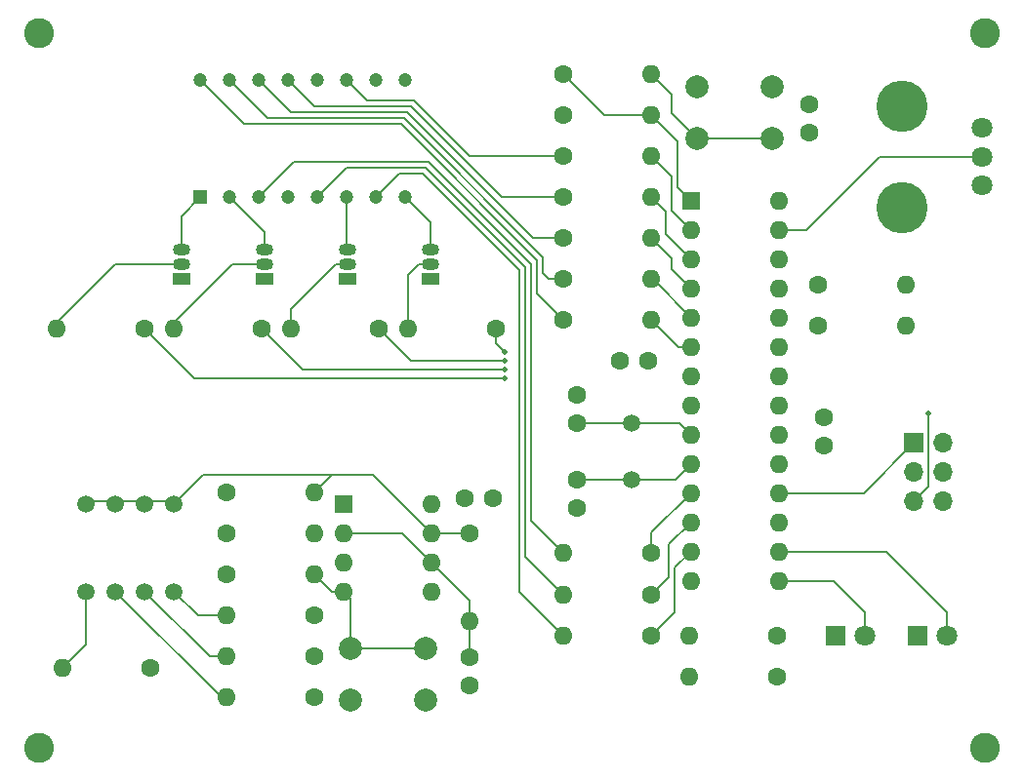
<source format=gbr>
%TF.GenerationSoftware,KiCad,Pcbnew,7.0.0-da2b9df05c~171~ubuntu22.04.1*%
%TF.CreationDate,2023-03-11T20:32:47+08:00*%
%TF.ProjectId,circuit,63697263-7569-4742-9e6b-696361645f70,1.0*%
%TF.SameCoordinates,Original*%
%TF.FileFunction,Copper,L2,Inr*%
%TF.FilePolarity,Positive*%
%FSLAX46Y46*%
G04 Gerber Fmt 4.6, Leading zero omitted, Abs format (unit mm)*
G04 Created by KiCad (PCBNEW 7.0.0-da2b9df05c~171~ubuntu22.04.1) date 2023-03-11 20:32:47*
%MOMM*%
%LPD*%
G01*
G04 APERTURE LIST*
%TA.AperFunction,ComponentPad*%
%ADD10C,2.000000*%
%TD*%
%TA.AperFunction,ComponentPad*%
%ADD11C,1.600000*%
%TD*%
%TA.AperFunction,ComponentPad*%
%ADD12O,1.600000X1.600000*%
%TD*%
%TA.AperFunction,ComponentPad*%
%ADD13C,2.600000*%
%TD*%
%TA.AperFunction,ComponentPad*%
%ADD14C,1.500000*%
%TD*%
%TA.AperFunction,ComponentPad*%
%ADD15R,1.500000X1.050000*%
%TD*%
%TA.AperFunction,ComponentPad*%
%ADD16O,1.500000X1.050000*%
%TD*%
%TA.AperFunction,ComponentPad*%
%ADD17R,1.600000X1.600000*%
%TD*%
%TA.AperFunction,ComponentPad*%
%ADD18R,1.800000X1.800000*%
%TD*%
%TA.AperFunction,ComponentPad*%
%ADD19C,1.800000*%
%TD*%
%TA.AperFunction,ComponentPad*%
%ADD20R,1.200000X1.200000*%
%TD*%
%TA.AperFunction,ComponentPad*%
%ADD21C,1.200000*%
%TD*%
%TA.AperFunction,ComponentPad*%
%ADD22R,1.700000X1.700000*%
%TD*%
%TA.AperFunction,ComponentPad*%
%ADD23O,1.700000X1.700000*%
%TD*%
%TA.AperFunction,ComponentPad*%
%ADD24C,4.460000*%
%TD*%
%TA.AperFunction,ViaPad*%
%ADD25C,0.475000*%
%TD*%
%TA.AperFunction,Conductor*%
%ADD26C,0.200000*%
%TD*%
G04 APERTURE END LIST*
D10*
%TO.N,Net-(U3-R)*%
%TO.C,SW3*%
X87936000Y-81306000D03*
X94436000Y-81306000D03*
%TO.N,GND*%
X87936000Y-85806000D03*
X94436000Y-85806000D03*
%TD*%
%TO.N,GND*%
%TO.C,SW1*%
X118025000Y-32600000D03*
X124525000Y-32600000D03*
%TO.N,Net-(R1-Pad2)*%
X118025000Y-37100000D03*
X124525000Y-37100000D03*
%TD*%
D11*
%TO.N,VCC*%
%TO.C,R24*%
X77216000Y-74930000D03*
D12*
%TO.N,Net-(U3-R)*%
X84835999Y-74929999D03*
%TD*%
D11*
%TO.N,VCC*%
%TO.C,R15*%
X84836000Y-78486000D03*
D12*
%TO.N,Net-(SW2-COM4)*%
X77215999Y-78485999D03*
%TD*%
D11*
%TO.N,Net-(U2-CATHODE_AL1)*%
%TO.C,R5*%
X106426000Y-45720000D03*
D12*
%TO.N,/A*%
X114045999Y-45719999D03*
%TD*%
D11*
%TO.N,Net-(U2-CATHODE_G)*%
%TO.C,R4*%
X106426000Y-49276000D03*
D12*
%TO.N,/G*%
X114045999Y-49275999D03*
%TD*%
D11*
%TO.N,~{DIGIT_1}*%
%TO.C,R23*%
X80264000Y-53594000D03*
D12*
%TO.N,Net-(Q2-B)*%
X72643999Y-53593999D03*
%TD*%
D11*
%TO.N,~{DIGIT_2}*%
%TO.C,R25*%
X90424000Y-53594000D03*
D12*
%TO.N,Net-(Q3-B)*%
X82803999Y-53593999D03*
%TD*%
D13*
%TO.N,N/C*%
%TO.C,H4*%
X142960000Y-89940000D03*
%TD*%
D11*
%TO.N,/DEC*%
%TO.C,R20*%
X114046000Y-80264000D03*
D12*
%TO.N,Net-(U2-CATHODE_DP)*%
X106425999Y-80263999D03*
%TD*%
D11*
%TO.N,GND*%
%TO.C,R10*%
X128524000Y-49784000D03*
D12*
%TO.N,Net-(R10-Pad2)*%
X136143999Y-49783999D03*
%TD*%
D13*
%TO.N,N/C*%
%TO.C,H1*%
X142960000Y-27940000D03*
%TD*%
D11*
%TO.N,Net-(U3-THR)*%
%TO.C,C6*%
X98298000Y-82062000D03*
%TO.N,GND*%
X98298000Y-84562000D03*
%TD*%
D14*
%TO.N,Net-(U1-PB7{slash}XTAL2)*%
%TO.C,Y1*%
X112317750Y-66675000D03*
%TO.N,Net-(U1-PB6{slash}XTAL1)*%
X112317750Y-61795000D03*
%TD*%
D11*
%TO.N,Net-(U2-CATHODE_BL2)*%
%TO.C,R3*%
X106426000Y-52832000D03*
D12*
%TO.N,/B*%
X114045999Y-52831999D03*
%TD*%
D11*
%TO.N,GND*%
%TO.C,C3*%
X107559000Y-69175000D03*
%TO.N,Net-(U1-PB7{slash}XTAL2)*%
X107559000Y-66675000D03*
%TD*%
%TO.N,Net-(U2-CATHODE_CL3)*%
%TO.C,R6*%
X106426000Y-42164000D03*
D12*
%TO.N,/C*%
X114045999Y-42163999D03*
%TD*%
D15*
%TO.N,VCC*%
%TO.C,Q4*%
X94850624Y-49275999D03*
D16*
%TO.N,Net-(Q4-B)*%
X94850624Y-48005999D03*
%TO.N,Net-(Q4-C)*%
X94850624Y-46735999D03*
%TD*%
D17*
%TO.N,GND*%
%TO.C,U3*%
X87385999Y-68833999D03*
D12*
%TO.N,Net-(U3-THR)*%
X87385999Y-71373999D03*
%TO.N,Frequency*%
X87385999Y-73913999D03*
%TO.N,Net-(U3-R)*%
X87385999Y-76453999D03*
%TO.N,unconnected-(U3-CV-Pad5)*%
X95005999Y-76453999D03*
%TO.N,Net-(U3-THR)*%
X95005999Y-73913999D03*
%TO.N,Net-(SW2-NO1)*%
X95005999Y-71373999D03*
%TO.N,VCC*%
X95005999Y-68833999D03*
%TD*%
D17*
%TO.N,~{RESET}*%
%TO.C,U1*%
X117474999Y-42439999D03*
D12*
%TO.N,/F*%
X117474999Y-44979999D03*
%TO.N,/C*%
X117474999Y-47519999D03*
%TO.N,/A*%
X117474999Y-50059999D03*
%TO.N,/G*%
X117474999Y-52599999D03*
%TO.N,/B*%
X117474999Y-55139999D03*
%TO.N,VCC*%
X117474999Y-57679999D03*
%TO.N,GND*%
X117474999Y-60219999D03*
%TO.N,Net-(U1-PB6{slash}XTAL1)*%
X117474999Y-62759999D03*
%TO.N,Net-(U1-PB7{slash}XTAL2)*%
X117474999Y-65299999D03*
%TO.N,/D*%
X117474999Y-67839999D03*
%TO.N,/E*%
X117474999Y-70379999D03*
%TO.N,/DEC*%
X117474999Y-72919999D03*
%TO.N,Frequency*%
X117474999Y-75459999D03*
%TO.N,Net-(D1-A)*%
X125094999Y-75459999D03*
%TO.N,Net-(D2-A)*%
X125094999Y-72919999D03*
%TO.N,MOSI*%
X125094999Y-70379999D03*
%TO.N,MISO*%
X125094999Y-67839999D03*
%TO.N,SCK*%
X125094999Y-65299999D03*
%TO.N,VCC*%
X125094999Y-62759999D03*
%TO.N,Net-(U1-AREF)*%
X125094999Y-60219999D03*
%TO.N,GND*%
X125094999Y-57679999D03*
%TO.N,~{DIGIT_0}*%
X125094999Y-55139999D03*
%TO.N,~{DIGIT_1}*%
X125094999Y-52599999D03*
%TO.N,~{DIGIT_2}*%
X125094999Y-50059999D03*
%TO.N,~{DIGIT_3}*%
X125094999Y-47519999D03*
%TO.N,Net-(U1-PC4)*%
X125094999Y-44979999D03*
%TO.N,unconnected-(U1-PC5-Pad28)*%
X125094999Y-42439999D03*
%TD*%
D11*
%TO.N,Net-(D1-K)*%
%TO.C,R8*%
X124968000Y-80264000D03*
D12*
%TO.N,GND*%
X117347999Y-80263999D03*
%TD*%
D11*
%TO.N,GND*%
%TO.C,C4*%
X129032000Y-63734000D03*
%TO.N,Net-(U1-AREF)*%
X129032000Y-61234000D03*
%TD*%
%TO.N,VCC*%
%TO.C,R22*%
X77216000Y-71374000D03*
D12*
%TO.N,Frequency*%
X84835999Y-71373999D03*
%TD*%
D11*
%TO.N,/D*%
%TO.C,R18*%
X114046000Y-73063000D03*
D12*
%TO.N,Net-(U2-CATHODE_D)*%
X106425999Y-73062999D03*
%TD*%
D11*
%TO.N,VCC*%
%TO.C,C7*%
X97810000Y-68326000D03*
%TO.N,GND*%
X100310000Y-68326000D03*
%TD*%
%TO.N,/E*%
%TO.C,R19*%
X114046000Y-76708000D03*
D12*
%TO.N,Net-(U2-CATHODE_E)*%
X106425999Y-76707999D03*
%TD*%
D13*
%TO.N,N/C*%
%TO.C,H3*%
X60960000Y-27940000D03*
%TD*%
D11*
%TO.N,~{RESET}*%
%TO.C,R1*%
X106426000Y-31496000D03*
D12*
%TO.N,Net-(R1-Pad2)*%
X114045999Y-31495999D03*
%TD*%
D11*
%TO.N,VCC*%
%TO.C,R14*%
X84836000Y-82042000D03*
D12*
%TO.N,Net-(SW2-COM3)*%
X77215999Y-82041999D03*
%TD*%
D11*
%TO.N,GND*%
%TO.C,C1*%
X127762000Y-34056000D03*
%TO.N,~{RESET}*%
X127762000Y-36556000D03*
%TD*%
%TO.N,~{DIGIT_0}*%
%TO.C,R21*%
X70104000Y-53594000D03*
D12*
%TO.N,Net-(Q1-B)*%
X62483999Y-53593999D03*
%TD*%
D11*
%TO.N,Net-(SW2-NO1)*%
%TO.C,R17*%
X98298000Y-71374000D03*
D12*
%TO.N,Net-(U3-THR)*%
X98297999Y-78993999D03*
%TD*%
D11*
%TO.N,Net-(U2-CATHODE_F)*%
%TO.C,R7*%
X106426000Y-38608000D03*
D12*
%TO.N,/F*%
X114045999Y-38607999D03*
%TD*%
D11*
%TO.N,VCC*%
%TO.C,C5*%
X113792000Y-56388000D03*
%TO.N,GND*%
X111292000Y-56388000D03*
%TD*%
%TO.N,VCC*%
%TO.C,R2*%
X106426000Y-35052000D03*
D12*
%TO.N,~{RESET}*%
X114045999Y-35051999D03*
%TD*%
D15*
%TO.N,VCC*%
%TO.C,Q1*%
X73260624Y-49275999D03*
D16*
%TO.N,Net-(Q1-B)*%
X73260624Y-48005999D03*
%TO.N,Net-(Q1-C)*%
X73260624Y-46735999D03*
%TD*%
D11*
%TO.N,Net-(D2-K)*%
%TO.C,R11*%
X124968000Y-83820000D03*
D12*
%TO.N,GND*%
X117347999Y-83819999D03*
%TD*%
D11*
%TO.N,~{DIGIT_3}*%
%TO.C,R26*%
X100584000Y-53594000D03*
D12*
%TO.N,Net-(Q4-B)*%
X92963999Y-53593999D03*
%TD*%
D13*
%TO.N,N/C*%
%TO.C,H2*%
X60960000Y-89940000D03*
%TD*%
D15*
%TO.N,VCC*%
%TO.C,Q3*%
X87653956Y-49275999D03*
D16*
%TO.N,Net-(Q3-B)*%
X87653956Y-48005999D03*
%TO.N,Net-(Q3-C)*%
X87653956Y-46735999D03*
%TD*%
D11*
%TO.N,VCC*%
%TO.C,R12*%
X70612000Y-83058000D03*
D12*
%TO.N,Net-(SW2-COM1)*%
X62991999Y-83057999D03*
%TD*%
D15*
%TO.N,VCC*%
%TO.C,Q2*%
X80457290Y-49275999D03*
D16*
%TO.N,Net-(Q2-B)*%
X80457290Y-48005999D03*
%TO.N,Net-(Q2-C)*%
X80457290Y-46735999D03*
%TD*%
D18*
%TO.N,Net-(D2-K)*%
%TO.C,D2*%
X137159999Y-80263999D03*
D19*
%TO.N,Net-(D2-A)*%
X139700000Y-80264000D03*
%TD*%
D20*
%TO.N,Net-(Q1-C)*%
%TO.C,U2*%
X74899999Y-42159999D03*
D21*
%TO.N,Net-(Q2-C)*%
X77440000Y-42160000D03*
%TO.N,Net-(U2-CATHODE_D)*%
X79980000Y-42160000D03*
%TO.N,unconnected-(U2-COMMON_ANODE_L1L2L3-Pad4)*%
X82520000Y-42160000D03*
%TO.N,Net-(U2-CATHODE_E)*%
X85060000Y-42160000D03*
%TO.N,Net-(Q3-C)*%
X87600000Y-42160000D03*
%TO.N,Net-(U2-CATHODE_DP)*%
X90140000Y-42160000D03*
%TO.N,Net-(Q4-C)*%
X92680000Y-42160000D03*
%TO.N,unconnected-(U2-NO_CONNECTION-Pad9)*%
X92680000Y-32000000D03*
%TO.N,unconnected-(U2-NO_PIN_1-Pad10)*%
X90140000Y-32000000D03*
%TO.N,Net-(U2-CATHODE_F)*%
X87600000Y-32000000D03*
%TO.N,unconnected-(U2-NO_PIN_2-Pad12)*%
X85060000Y-32000000D03*
%TO.N,Net-(U2-CATHODE_CL3)*%
X82520000Y-32000000D03*
%TO.N,Net-(U2-CATHODE_AL1)*%
X79980000Y-32000000D03*
%TO.N,Net-(U2-CATHODE_G)*%
X77440000Y-32000000D03*
%TO.N,Net-(U2-CATHODE_BL2)*%
X74900000Y-32000000D03*
%TD*%
D11*
%TO.N,Net-(U1-PB6{slash}XTAL1)*%
%TO.C,C2*%
X107559000Y-61795000D03*
%TO.N,GND*%
X107559000Y-59295000D03*
%TD*%
D22*
%TO.N,MISO*%
%TO.C,J1*%
X136778999Y-63499999D03*
D23*
%TO.N,VCC*%
X139318999Y-63499999D03*
%TO.N,SCK*%
X136778999Y-66039999D03*
%TO.N,MOSI*%
X139318999Y-66039999D03*
%TO.N,~{RESET}*%
X136778999Y-68579999D03*
%TO.N,GND*%
X139318999Y-68579999D03*
%TD*%
D11*
%TO.N,VCC*%
%TO.C,R9*%
X128524000Y-53340000D03*
D12*
%TO.N,Net-(R9-Pad2)*%
X136143999Y-53339999D03*
%TD*%
D11*
%TO.N,VCC*%
%TO.C,R13*%
X84836000Y-85598000D03*
D12*
%TO.N,Net-(SW2-COM2)*%
X77215999Y-85597999D03*
%TD*%
D14*
%TO.N,Net-(SW2-COM1)*%
%TO.C,SW2*%
X65032000Y-76395000D03*
%TO.N,Net-(SW2-COM2)*%
X67572000Y-76395000D03*
%TO.N,Net-(SW2-COM3)*%
X70112000Y-76395000D03*
%TO.N,Net-(SW2-COM4)*%
X72652000Y-76395000D03*
%TO.N,Net-(SW2-NO1)*%
X65032000Y-68775000D03*
X67572000Y-68775000D03*
X70112000Y-68775000D03*
X72652000Y-68775000D03*
%TD*%
D19*
%TO.N,Net-(R9-Pad2)*%
%TO.C,VR1*%
X142748000Y-41148000D03*
%TO.N,Net-(U1-PC4)*%
X142748000Y-38648000D03*
%TO.N,Net-(R10-Pad2)*%
X142748000Y-36148000D03*
D24*
%TO.N,unconnected-(VR1-Pad4)*%
X135748000Y-43048000D03*
%TO.N,unconnected-(VR1-Pad5)*%
X135748000Y-34248000D03*
%TD*%
D18*
%TO.N,Net-(D1-K)*%
%TO.C,D1*%
X130047999Y-80263999D03*
D19*
%TO.N,Net-(D1-A)*%
X132588000Y-80264000D03*
%TD*%
D11*
%TO.N,VCC*%
%TO.C,R16*%
X77216000Y-67818000D03*
D12*
%TO.N,Net-(SW2-NO1)*%
X84835999Y-67817999D03*
%TD*%
D25*
%TO.N,~{DIGIT_0}*%
X101346000Y-57912000D03*
%TO.N,~{DIGIT_1}*%
X101346000Y-57150000D03*
%TO.N,~{DIGIT_2}*%
X101346000Y-56388000D03*
%TO.N,~{DIGIT_3}*%
X101346000Y-55626000D03*
%TO.N,~{RESET}*%
X138049000Y-60960000D03*
%TD*%
D26*
%TO.N,Net-(U1-PB6{slash}XTAL1)*%
X107559000Y-61795000D02*
X112317750Y-61795000D01*
X116510000Y-61795000D02*
X117475000Y-62760000D01*
X112317750Y-61795000D02*
X116510000Y-61795000D01*
%TO.N,Net-(U1-PB7{slash}XTAL2)*%
X107559000Y-66675000D02*
X112317750Y-66675000D01*
X112317750Y-66675000D02*
X116100000Y-66675000D01*
X116100000Y-66675000D02*
X117475000Y-65300000D01*
%TO.N,Net-(U3-THR)*%
X92466000Y-71374000D02*
X95006000Y-73914000D01*
X98298000Y-78994000D02*
X98298000Y-82062000D01*
X95006000Y-73914000D02*
X98298000Y-77206000D01*
X98298000Y-77206000D02*
X98298000Y-78994000D01*
X87386000Y-71374000D02*
X92466000Y-71374000D01*
%TO.N,Net-(D1-A)*%
X132588000Y-78232000D02*
X132588000Y-80264000D01*
X129816000Y-75460000D02*
X132588000Y-78232000D01*
X125095000Y-75460000D02*
X129816000Y-75460000D01*
%TO.N,Net-(D2-A)*%
X139700000Y-80264000D02*
X139700000Y-78232000D01*
X134388000Y-72920000D02*
X125095000Y-72920000D01*
X139700000Y-78232000D02*
X134388000Y-72920000D01*
%TO.N,/A*%
X115824000Y-47498000D02*
X114046000Y-45720000D01*
X115824000Y-48409000D02*
X115824000Y-47498000D01*
X117475000Y-50060000D02*
X115824000Y-48409000D01*
%TO.N,/B*%
X116354000Y-55140000D02*
X114046000Y-52832000D01*
X117475000Y-55140000D02*
X116354000Y-55140000D01*
%TO.N,/C*%
X117475000Y-47520000D02*
X115316000Y-45361000D01*
X115316000Y-45361000D02*
X115316000Y-43434000D01*
X115316000Y-43434000D02*
X114046000Y-42164000D01*
%TO.N,/D*%
X114046000Y-73063000D02*
X114046000Y-71269000D01*
X114046000Y-71269000D02*
X117475000Y-67840000D01*
%TO.N,/E*%
X115570000Y-72285000D02*
X117475000Y-70380000D01*
X114046000Y-76708000D02*
X115570000Y-75184000D01*
X115570000Y-75184000D02*
X115570000Y-72285000D01*
%TO.N,Net-(Q1-B)*%
X73260625Y-48006000D02*
X67564000Y-48006000D01*
X67564000Y-48006000D02*
X62484000Y-53086000D01*
%TO.N,Net-(Q1-C)*%
X73260625Y-43799375D02*
X74900000Y-42160000D01*
X73260625Y-43799375D02*
X73260625Y-46736000D01*
%TO.N,Net-(Q2-B)*%
X77724000Y-48006000D02*
X72644000Y-53086000D01*
X80457291Y-48006000D02*
X77724000Y-48006000D01*
%TO.N,Net-(Q2-C)*%
X80457291Y-45177291D02*
X80457291Y-46736000D01*
X80457291Y-45177291D02*
X77440000Y-42160000D01*
%TO.N,Net-(Q3-B)*%
X87653957Y-48006000D02*
X86703957Y-48006000D01*
X82804000Y-51905957D02*
X82804000Y-53594000D01*
X86703957Y-48006000D02*
X82804000Y-51905957D01*
%TO.N,Net-(Q3-C)*%
X87600000Y-42160000D02*
X87600000Y-46682043D01*
%TO.N,Net-(Q4-B)*%
X92964000Y-48942625D02*
X92964000Y-53594000D01*
X94850625Y-48006000D02*
X93900625Y-48006000D01*
X93900625Y-48006000D02*
X92964000Y-48942625D01*
%TO.N,Net-(Q4-C)*%
X94850625Y-44330625D02*
X92680000Y-42160000D01*
X94850625Y-44330625D02*
X94850625Y-46736000D01*
%TO.N,~{DIGIT_0}*%
X101346000Y-57912000D02*
X74422000Y-57912000D01*
X74422000Y-57912000D02*
X70104000Y-53594000D01*
%TO.N,~{DIGIT_1}*%
X101346000Y-57150000D02*
X83820000Y-57150000D01*
X83820000Y-57150000D02*
X80264000Y-53594000D01*
%TO.N,~{DIGIT_2}*%
X93218000Y-56388000D02*
X90424000Y-53594000D01*
X101346000Y-56388000D02*
X93218000Y-56388000D01*
%TO.N,~{DIGIT_3}*%
X100584000Y-54864000D02*
X100584000Y-53594000D01*
X101346000Y-55626000D02*
X100584000Y-54864000D01*
%TO.N,~{RESET}*%
X138049000Y-67310000D02*
X136779000Y-68580000D01*
X116332000Y-37338000D02*
X114046000Y-35052000D01*
X116332000Y-41297000D02*
X116332000Y-37338000D01*
X106426000Y-31496000D02*
X109982000Y-35052000D01*
X109982000Y-35052000D02*
X114046000Y-35052000D01*
X138049000Y-60960000D02*
X138049000Y-67310000D01*
X117475000Y-42440000D02*
X116332000Y-41297000D01*
%TO.N,MISO*%
X136779000Y-63500000D02*
X132439000Y-67840000D01*
X132439000Y-67840000D02*
X125095000Y-67840000D01*
%TO.N,/F*%
X115824000Y-40386000D02*
X114046000Y-38608000D01*
X115824000Y-43329000D02*
X115824000Y-40386000D01*
X117475000Y-44980000D02*
X115824000Y-43329000D01*
%TO.N,/G*%
X117475000Y-52600000D02*
X114151000Y-49276000D01*
%TO.N,/DEC*%
X116078000Y-78232000D02*
X116078000Y-74317000D01*
X114046000Y-80264000D02*
X116078000Y-78232000D01*
X116078000Y-74317000D02*
X117475000Y-72920000D01*
%TO.N,Net-(U3-R)*%
X84836000Y-74930000D02*
X86360000Y-76454000D01*
X86360000Y-76454000D02*
X87386000Y-76454000D01*
X94436000Y-81306000D02*
X87936000Y-81306000D01*
X87936000Y-81306000D02*
X87936000Y-77004000D01*
X87936000Y-77004000D02*
X87386000Y-76454000D01*
%TO.N,Net-(U1-PC4)*%
X133818000Y-38648000D02*
X127486000Y-44980000D01*
X125095000Y-44980000D02*
X127486000Y-44980000D01*
X142748000Y-38648000D02*
X133818000Y-38648000D01*
%TO.N,Net-(U2-CATHODE_AL1)*%
X82778000Y-34798000D02*
X79980000Y-32000000D01*
X92837000Y-34798000D02*
X82778000Y-34798000D01*
X103759000Y-45720000D02*
X92837000Y-34798000D01*
X106426000Y-45720000D02*
X103759000Y-45720000D01*
%TO.N,Net-(U2-CATHODE_BL2)*%
X104140000Y-47647764D02*
X104140000Y-50546000D01*
X92306236Y-35814000D02*
X104140000Y-47647764D01*
X104140000Y-50546000D02*
X106426000Y-52832000D01*
X78714000Y-35814000D02*
X92306236Y-35814000D01*
X74900000Y-32000000D02*
X78714000Y-35814000D01*
%TO.N,Net-(U2-CATHODE_CL3)*%
X93218000Y-34290000D02*
X84810000Y-34290000D01*
X84810000Y-34290000D02*
X82520000Y-32000000D01*
X106426000Y-42164000D02*
X101092000Y-42164000D01*
X101092000Y-42164000D02*
X93218000Y-34290000D01*
%TO.N,Net-(U2-CATHODE_D)*%
X103632000Y-48006000D02*
X94742000Y-39116000D01*
X94742000Y-39116000D02*
X83024000Y-39116000D01*
X83024000Y-39116000D02*
X79980000Y-42160000D01*
X103632000Y-70269000D02*
X103632000Y-48006000D01*
X106426000Y-73063000D02*
X103632000Y-70269000D01*
%TO.N,Net-(U2-CATHODE_E)*%
X85060000Y-42160000D02*
X87596000Y-39624000D01*
X103124000Y-73406000D02*
X106426000Y-76708000D01*
X103124000Y-48260000D02*
X103124000Y-73406000D01*
X87596000Y-39624000D02*
X94488000Y-39624000D01*
X94488000Y-39624000D02*
X103124000Y-48260000D01*
%TO.N,Net-(U2-CATHODE_F)*%
X89382000Y-33782000D02*
X87600000Y-32000000D01*
X93472000Y-33782000D02*
X89382000Y-33782000D01*
X106426000Y-38608000D02*
X98298000Y-38608000D01*
X98298000Y-38608000D02*
X93472000Y-33782000D01*
%TO.N,Net-(U2-CATHODE_G)*%
X104648000Y-48768000D02*
X104648000Y-47381000D01*
X106426000Y-49276000D02*
X105156000Y-49276000D01*
X104648000Y-47381000D02*
X92573000Y-35306000D01*
X80746000Y-35306000D02*
X77440000Y-32000000D01*
X92573000Y-35306000D02*
X80746000Y-35306000D01*
X105156000Y-49276000D02*
X104648000Y-48768000D01*
%TO.N,Net-(U2-CATHODE_DP)*%
X90140000Y-42160000D02*
X92168000Y-40132000D01*
X92168000Y-40132000D02*
X94234000Y-40132000D01*
X94234000Y-40132000D02*
X102616000Y-48514000D01*
X102616000Y-76454000D02*
X106426000Y-80264000D01*
X102616000Y-48514000D02*
X102616000Y-76454000D01*
%TO.N,Net-(SW2-NO1)*%
X75133000Y-66294000D02*
X72652000Y-68775000D01*
X69948000Y-68580000D02*
X72488000Y-68580000D01*
X89926000Y-66294000D02*
X95006000Y-71374000D01*
X84836000Y-67818000D02*
X86360000Y-66294000D01*
X86360000Y-66294000D02*
X75133000Y-66294000D01*
X64868000Y-68580000D02*
X67408000Y-68580000D01*
X98298000Y-71374000D02*
X95006000Y-71374000D01*
X86360000Y-66294000D02*
X89926000Y-66294000D01*
X69948000Y-68580000D02*
X67408000Y-68580000D01*
%TO.N,Net-(SW2-COM1)*%
X65032000Y-81018000D02*
X62992000Y-83058000D01*
X65032000Y-76395000D02*
X65032000Y-81018000D01*
%TO.N,Net-(SW2-COM2)*%
X67572000Y-76395000D02*
X76775000Y-85598000D01*
%TO.N,Net-(SW2-COM3)*%
X75759000Y-82042000D02*
X70112000Y-76395000D01*
X77216000Y-82042000D02*
X75759000Y-82042000D01*
%TO.N,Net-(SW2-COM4)*%
X77216000Y-78486000D02*
X74743000Y-78486000D01*
X74743000Y-78486000D02*
X72652000Y-76395000D01*
%TO.N,Net-(R1-Pad2)*%
X115824000Y-34899000D02*
X118025000Y-37100000D01*
X115824000Y-33274000D02*
X115824000Y-34899000D01*
X118025000Y-37100000D02*
X124525000Y-37100000D01*
X114046000Y-31496000D02*
X115824000Y-33274000D01*
%TD*%
M02*

</source>
